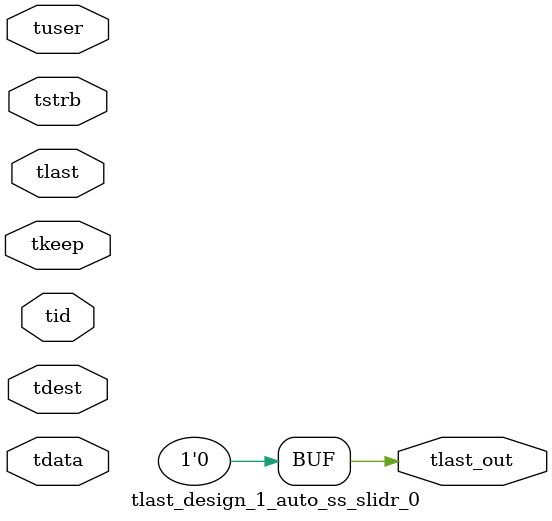
<source format=v>


`timescale 1ps/1ps

module tlast_design_1_auto_ss_slidr_0 #
(
parameter C_S_AXIS_TID_WIDTH   = 1,
parameter C_S_AXIS_TUSER_WIDTH = 0,
parameter C_S_AXIS_TDATA_WIDTH = 0,
parameter C_S_AXIS_TDEST_WIDTH = 0
)
(
input  [(C_S_AXIS_TID_WIDTH   == 0 ? 1 : C_S_AXIS_TID_WIDTH)-1:0       ] tid,
input  [(C_S_AXIS_TDATA_WIDTH == 0 ? 1 : C_S_AXIS_TDATA_WIDTH)-1:0     ] tdata,
input  [(C_S_AXIS_TUSER_WIDTH == 0 ? 1 : C_S_AXIS_TUSER_WIDTH)-1:0     ] tuser,
input  [(C_S_AXIS_TDEST_WIDTH == 0 ? 1 : C_S_AXIS_TDEST_WIDTH)-1:0     ] tdest,
input  [(C_S_AXIS_TDATA_WIDTH/8)-1:0 ] tkeep,
input  [(C_S_AXIS_TDATA_WIDTH/8)-1:0 ] tstrb,
input  [0:0]                                                             tlast,
output                                                                   tlast_out
);

assign tlast_out = {1'b0};

endmodule


</source>
